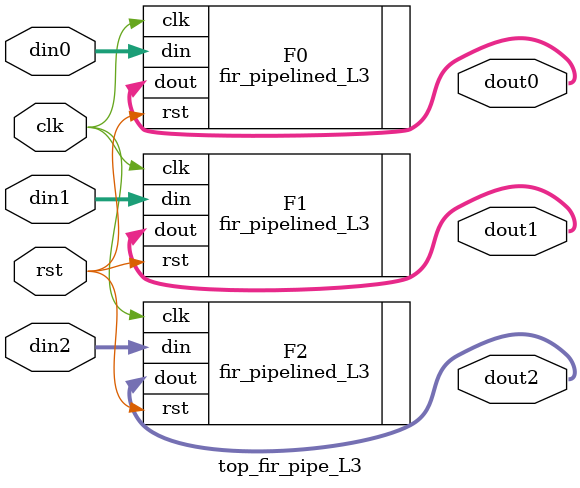
<source format=sv>
module top_fir_pipe_L3 (
    input logic clk,               // Clock signal
    input logic rst,               // Reset signal
    input logic signed [15:0] din0, // Input sample
    input logic signed [15:0] din1, // Input sample
    input logic signed [15:0] din2, // Input sample
    output logic signed [63:0] dout0, // Filtered output
    output logic signed [63:0] dout1, // Filtered output
    output logic signed [63:0] dout2 // Filtered output
);
    fir_pipelined_L3 F0 (
        .clk(clk),
        .rst(rst),
        .din(din0),
        .dout(dout0)
    );

    fir_pipelined_L3 F1 (
        .clk(clk),
        .rst(rst),
        .din(din1),
        .dout(dout1)
    );

    fir_pipelined_L3 F2 (
        .clk(clk),
        .rst(rst),
        .din(din2),
        .dout(dout2)
    );

endmodule

</source>
